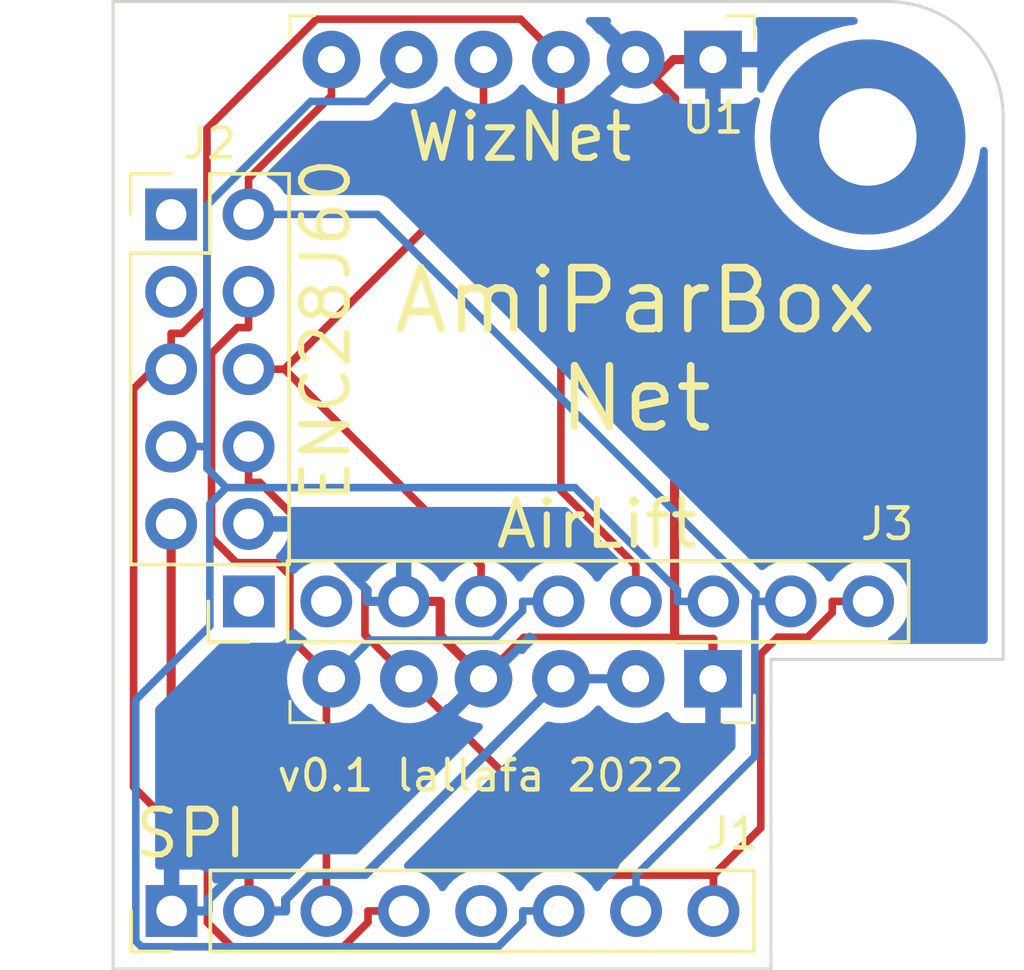
<source format=kicad_pcb>
(kicad_pcb (version 20211014) (generator pcbnew)
  (layers (0 "F.Cu" signal) (31 "B.Cu" signal) (34 "B.Paste" user) (35 "F.Paste" user) (36 "B.SilkS" user "B.Silkscreen") (37 "F.SilkS" user "F.Silkscreen") (38 "B.Mask" user) (39 "F.Mask" user) (44 "Edge.Cuts" user))
  (net 0 "")
  (net 1 "GND")
  (net 2 "+3V3")
  (net 3 "/MISO")
  (net 4 "/MOSI")
  (net 5 "/SCK")
  (net 6 "/SSEL")
  (net 7 "/INT")
  (net 8 "/RESET")
  (net 11 "/SCLK")
  (net 12 "VCC")
  (footprint "MountingHole:MountingHole_3.2mm_M3_Pad" (layer "F.Cu") (at 130.175 89.535)
    (fp_text reference "H1" hide)
    (fp_text value "MountingHole")
    (pad "1" thru_hole circle locked (at 0 0) (size 6.4 6.4) (drill 3.2) (layers *.Cu *.Mask))
  )
  (footprint "digikey-footprints:Mag_Jack_Module_WIZ820IO" (layer "F.Cu") (at 118.835 97.155 -90)
    (fp_text reference "U1" (at -8.255 -6.26 180) (layer "F.SilkS"))
    (fp_text value "WIZ820IO")
    (fp_line (start 10.9 7.62) (end 11.6 7.62) (layer "F.SilkS") (width 0.1))
    (fp_line (start -11.6 7.62) (end -10.9 7.62) (layer "F.SilkS") (width 0.1))
    (fp_line (start -10.8 -7.62) (end -11.6 -7.62) (layer "F.SilkS") (width 0.1))
    (fp_line (start -11.6 6.82) (end -11.6 7.62) (layer "F.SilkS") (width 0.1))
    (fp_line (start 11.6 7.62) (end 11.6 6.52) (layer "F.SilkS") (width 0.1))
    (fp_line (start 10.7 -7.62) (end 11.6 -7.62) (layer "F.SilkS") (width 0.1))
    (fp_line (start 11.6 -7.62) (end 11.6 -6.62) (layer "F.SilkS") (width 0.1))
    (fp_line (start -11.6 -7.62) (end -11.6 -6.72) (layer "F.SilkS") (width 0.1))
    (pad "J1-1" thru_hole rect (at -10.16 -6.26 270) (size 1.89 1.89) (drill 0.89) (layers *.Cu *.Mask) (net 1 "GND"))
    (pad "J1-2" thru_hole circle (at -10.16 -3.72 270) (size 1.89 1.89) (drill 0.89) (layers *.Cu *.Mask) (net 1 "GND"))
    (pad "J1-3" thru_hole circle (at -10.16 -1.27 270) (size 1.89 1.89) (drill 0.89) (layers *.Cu *.Mask) (net 4 "/MOSI"))
    (pad "J1-4" thru_hole circle (at -10.16 1.27 270) (size 1.89 1.89) (drill 0.89) (layers *.Cu *.Mask) (net 11 "/SCLK"))
    (pad "J1-5" thru_hole circle (at -10.16 3.72 270) (size 1.89 1.89) (drill 0.89) (layers *.Cu *.Mask) (net 6 "/SSEL"))
    (pad "J1-6" thru_hole circle (at -10.16 6.26 270) (size 1.89 1.89) (drill 0.89) (layers *.Cu *.Mask) (net 7 "/INT"))
    (pad "J2-1" thru_hole rect (at 10.16 -6.26 270) (size 1.89 1.89) (drill 0.89) (layers *.Cu *.Mask) (net 1 "GND"))
    (pad "J2-2" thru_hole circle (at 10.16 -3.72 270) (size 1.89 1.89) (drill 0.89) (layers *.Cu *.Mask) (net 2 "+3V3"))
    (pad "J2-3" thru_hole circle (at 10.16 -1.27 270) (size 1.89 1.89) (drill 0.89) (layers *.Cu *.Mask) (net 2 "+3V3"))
    (pad "J2-4" thru_hole circle (at 10.16 1.27 270) (size 1.89 1.89) (drill 0.89) (layers *.Cu *.Mask) (net 1 "GND"))
    (pad "J2-5" thru_hole circle (at 10.16 3.72 270) (size 1.89 1.89) (drill 0.89) (layers *.Cu *.Mask) (net 8 "/RESET"))
    (pad "J2-6" thru_hole circle (at 10.16 6.26 270) (size 1.89 1.89) (drill 0.89) (layers *.Cu *.Mask) (net 3 "/MISO"))
  )
  (footprint "Connector_PinHeader_2.54mm:PinHeader_1x08_P2.54mm_Vertical" (layer "F.Cu") (at 107.33 114.935 90)
    (fp_text reference "J1" (at 2.54 18.4 180) (layer "F.SilkS"))
    (fp_text value "SPI")
    (fp_line (start -1.33 -1.33) (end 0 -1.33) (layer "F.SilkS") (width 0.12))
    (fp_line (start -1.33 1.27) (end -1.33 19.11) (layer "F.SilkS") (width 0.12))
    (fp_line (start 1.33 1.27) (end 1.33 19.11) (layer "F.SilkS") (width 0.12))
    (fp_line (start -1.33 1.27) (end 1.33 1.27) (layer "F.SilkS") (width 0.12))
    (fp_line (start -1.33 0) (end -1.33 -1.33) (layer "F.SilkS") (width 0.12))
    (fp_line (start -1.33 19.11) (end 1.33 19.11) (layer "F.SilkS") (width 0.12))
    (pad "1" thru_hole rect locked (at 0 0 90) (size 1.7 1.7) (drill 1) (layers *.Cu *.Mask) (net 1 "GND"))
    (pad "2" thru_hole oval locked (at 0 2.54 90) (size 1.7 1.7) (drill 1) (layers *.Cu *.Mask) (net 2 "+3V3"))
    (pad "3" thru_hole oval locked (at 0 5.08 90) (size 1.7 1.7) (drill 1) (layers *.Cu *.Mask) (net 3 "/MISO"))
    (pad "4" thru_hole oval locked (at 0 7.62 90) (size 1.7 1.7) (drill 1) (layers *.Cu *.Mask) (net 4 "/MOSI"))
    (pad "5" thru_hole oval locked (at 0 10.16 90) (size 1.7 1.7) (drill 1) (layers *.Cu *.Mask) (net 5 "/SCK"))
    (pad "6" thru_hole oval locked (at 0 12.7 90) (size 1.7 1.7) (drill 1) (layers *.Cu *.Mask) (net 6 "/SSEL"))
    (pad "7" thru_hole oval locked (at 0 15.24 90) (size 1.7 1.7) (drill 1) (layers *.Cu *.Mask) (net 7 "/INT"))
    (pad "8" thru_hole oval locked (at 0 17.78 90) (size 1.7 1.7) (drill 1) (layers *.Cu *.Mask) (net 8 "/RESET"))
  )
  (footprint "Connector_PinHeader_2.54mm:PinHeader_1x09_P2.54mm_Vertical" (layer "F.Cu") (at 109.865 104.775 90)
    (fp_text reference "J3" (at 2.54 20.945 180) (layer "F.SilkS"))
    (fp_text value "AirLift")
    (fp_line (start -1.33 0) (end -1.33 -1.33) (layer "F.SilkS") (width 0.12))
    (fp_line (start 1.33 1.27) (end 1.33 21.65) (layer "F.SilkS") (width 0.12))
    (fp_line (start -1.33 21.65) (end 1.33 21.65) (layer "F.SilkS") (width 0.12))
    (fp_line (start -1.33 -1.33) (end 0 -1.33) (layer "F.SilkS") (width 0.12))
    (fp_line (start -1.33 1.27) (end -1.33 21.65) (layer "F.SilkS") (width 0.12))
    (fp_line (start -1.33 1.27) (end 1.33 1.27) (layer "F.SilkS") (width 0.12))
    (pad "1" thru_hole rect locked (at 0 0 90) (size 1.7 1.7) (drill 1) (layers *.Cu *.Mask) (net 12 "VCC"))
    (pad "2" thru_hole oval locked (at 0 2.54 90) (size 1.7 1.7) (drill 1) (layers *.Cu *.Mask))
    (pad "3" thru_hole oval locked (at 0 5.08 90) (size 1.7 1.7) (drill 1) (layers *.Cu *.Mask) (net 1 "GND"))
    (pad "4" thru_hole oval locked (at 0 7.62 90) (size 1.7 1.7) (drill 1) (layers *.Cu *.Mask) (net 11 "/SCLK"))
    (pad "5" thru_hole oval locked (at 0 10.16 90) (size 1.7 1.7) (drill 1) (layers *.Cu *.Mask) (net 3 "/MISO"))
    (pad "6" thru_hole oval locked (at 0 12.7 90) (size 1.7 1.7) (drill 1) (layers *.Cu *.Mask) (net 4 "/MOSI"))
    (pad "7" thru_hole oval locked (at 0 15.24 90) (size 1.7 1.7) (drill 1) (layers *.Cu *.Mask) (net 6 "/SSEL"))
    (pad "8" thru_hole oval locked (at 0 17.78 90) (size 1.7 1.7) (drill 1) (layers *.Cu *.Mask) (net 7 "/INT"))
    (pad "9" thru_hole oval locked (at 0 20.32 90) (size 1.7 1.7) (drill 1) (layers *.Cu *.Mask) (net 8 "/RESET"))
  )
  (footprint "Connector_PinHeader_2.54mm:PinHeader_2x05_P2.54mm_Vertical" (layer "F.Cu") (at 107.315 92.075)
    (fp_text reference "J2" (at 1.27 -2.33) (layer "F.SilkS"))
    (fp_text value "ENC28J60 Module")
    (fp_line (start -1.33 1.27) (end -1.33 11.49) (layer "F.SilkS") (width 0.12))
    (fp_line (start -1.33 -1.33) (end 0 -1.33) (layer "F.SilkS") (width 0.12))
    (fp_line (start -1.33 11.49) (end 3.87 11.49) (layer "F.SilkS") (width 0.12))
    (fp_line (start 1.27 -1.33) (end 3.87 -1.33) (layer "F.SilkS") (width 0.12))
    (fp_line (start -1.33 0) (end -1.33 -1.33) (layer "F.SilkS") (width 0.12))
    (fp_line (start 1.27 1.27) (end 1.27 -1.33) (layer "F.SilkS") (width 0.12))
    (fp_line (start 3.87 -1.33) (end 3.87 11.49) (layer "F.SilkS") (width 0.12))
    (fp_line (start -1.33 1.27) (end 1.27 1.27) (layer "F.SilkS") (width 0.12))
    (pad "1" thru_hole rect locked (at 0 0) (size 1.7 1.7) (drill 1) (layers *.Cu *.Mask))
    (pad "2" thru_hole oval locked (at 2.54 0) (size 1.7 1.7) (drill 1) (layers *.Cu *.Mask) (net 7 "/INT"))
    (pad "3" thru_hole oval locked (at 0 2.54) (size 1.7 1.7) (drill 1) (layers *.Cu *.Mask))
    (pad "4" thru_hole oval locked (at 2.54 2.54) (size 1.7 1.7) (drill 1) (layers *.Cu *.Mask) (net 3 "/MISO"))
    (pad "5" thru_hole oval locked (at 0 5.08) (size 1.7 1.7) (drill 1) (layers *.Cu *.Mask) (net 4 "/MOSI"))
    (pad "6" thru_hole oval locked (at 2.54 5.08) (size 1.7 1.7) (drill 1) (layers *.Cu *.Mask) (net 11 "/SCLK"))
    (pad "7" thru_hole oval locked (at 0 7.62) (size 1.7 1.7) (drill 1) (layers *.Cu *.Mask) (net 6 "/SSEL"))
    (pad "8" thru_hole oval locked (at 2.54 7.62) (size 1.7 1.7) (drill 1) (layers *.Cu *.Mask) (net 8 "/RESET"))
    (pad "9" thru_hole oval locked (at 0 10.16) (size 1.7 1.7) (drill 1) (layers *.Cu *.Mask) (net 2 "+3V3"))
    (pad "10" thru_hole oval locked (at 2.54 10.16) (size 1.7 1.7) (drill 1) (layers *.Cu *.Mask) (net 1 "GND"))
  )
  (gr_line (start 105.41 85.09) (end 105.41 116.84) (layer "Edge.Cuts") (width 0.1))
  (gr_line (start 130.81 85.09) (end 105.41 85.09) (layer "Edge.Cuts") (width 0.1))
  (gr_line (start 127 116.84) (end 127 113.03) (layer "Edge.Cuts") (width 0.1))
  (gr_line (start 127 113.03) (end 127 106.68) (layer "Edge.Cuts") (width 0.1))
  (gr_line (start 127 106.68) (end 134.62 106.68) (layer "Edge.Cuts") (width 0.1))
  (gr_line (start 105.41 116.84) (end 127 116.84) (layer "Edge.Cuts") (width 0.1))
  (gr_arc (start 130.81 85.09) (mid 133.504077 86.205923) (end 134.62 88.9) (layer "Edge.Cuts") (width 0.1))
  (gr_line (start 134.62 106.68) (end 134.62 88.9) (layer "Edge.Cuts") (width 0.1))
  (gr_text "SPI" (at 107.95 112.395) (layer "F.SilkS") (effects (font (size 1.5 1.5) (thickness 0.2))))
  (gr_text "v0.1 lallafa 2022" (at 117.475 110.49) (layer "F.SilkS") (effects (font (size 1 1))))
  (gr_text "AirLift" (at 121.285 102.235) (layer "F.SilkS") (effects (font (size 1.5 1.5) (thickness 0.2))))
  (gr_text "ENC28J60" (at 112.395 95.885 90) (layer "F.SilkS") (effects (font (size 1.5 1.5) (thickness 0.2))))
  (gr_text "WizNet" (at 118.745 89.535) (layer "F.SilkS") (effects (font (size 1.5 1.5) (thickness 0.2))))
  (gr_text "AmiParBox\nNet" (at 122.555 96.52) (layer "F.SilkS") (effects (font (size 2 2) (thickness 0.25))))
  (segment (start 125.095 107.315) (end 125.095 106.0197) (width 0.3) (layer "F.Cu") (net 1))
  (segment (start 118.8972 105.9828) (end 123.7628 105.9828) (width 0.3) (layer "F.Cu") (net 1))
  (segment (start 123.1774 87.6173) (end 123.7997 86.995) (width 0.3) (layer "F.Cu") (net 1))
  (segment (start 117.565 107.315) (end 116.1453 105.8953) (width 0.3) (layer "F.Cu") (net 1))
  (segment (start 123.1774 87.6173) (end 122.555 86.995) (width 0.3) (layer "F.Cu") (net 1))
  (segment (start 123.835 105.9106) (end 123.835 88.275) (width 0.3) (layer "F.Cu") (net 1))
  (segment (start 117.565 107.315) (end 118.8972 105.9828) (width 0.3) (layer "F.Cu") (net 1))
  (segment (start 123.835 105.9106) (end 123.9441 106.0197) (width 0.3) (layer "F.Cu") (net 1))
  (segment (start 114.945 104.775) (end 116.1453 104.775) (width 0.3) (layer "F.Cu") (net 1))
  (segment (start 125.095 86.995) (end 123.7997 86.995) (width 0.3) (layer "F.Cu") (net 1))
  (segment (start 116.1453 105.8953) (end 116.1453 104.775) (width 0.3) (layer "F.Cu") (net 1))
  (segment (start 123.9441 106.0197) (end 125.095 106.0197) (width 0.3) (layer "F.Cu") (net 1))
  (segment (start 123.835 88.275) (end 123.1774 87.6173) (width 0.3) (layer "F.Cu") (net 1))
  (segment (start 123.7628 105.9828) (end 123.835 105.9106) (width 0.3) (layer "F.Cu") (net 1))
  (segment (start 109.3554 113.7347) (end 108.5303 114.5598) (width 0.3) (layer "B.Cu") (net 1))
  (segment (start 113.7447 104.402) (end 113.7447 104.775) (width 0.3) (layer "B.Cu") (net 1))
  (segment (start 111.5777 102.235) (end 113.7447 104.402) (width 0.3) (layer "B.Cu") (net 1))
  (segment (start 109.855 102.235) (end 111.5777 102.235) (width 0.3) (layer "B.Cu") (net 1))
  (segment (start 107.33 114.935) (end 108.5303 114.935) (width 0.3) (layer "B.Cu") (net 1))
  (segment (start 117.565 107.315) (end 111.1453 113.7347) (width 0.3) (layer "B.Cu") (net 1))
  (segment (start 108.5303 114.5598) (end 108.5303 114.935) (width 0.3) (layer "B.Cu") (net 1))
  (segment (start 114.945 104.775) (end 113.7447 104.775) (width 0.3) (layer "B.Cu") (net 1))
  (segment (start 111.1453 113.7347) (end 109.3554 113.7347) (width 0.3) (layer "B.Cu") (net 1))
  (segment (start 107.315 102.235) (end 107.315 111.1797) (width 0.3) (layer "F.Cu") (net 2))
  (segment (start 109.87 114.935) (end 109.87 113.7347) (width 0.3) (layer "F.Cu") (net 2))
  (segment (start 107.315 111.1797) (end 109.87 113.7347) (width 0.3) (layer "F.Cu") (net 2))
  (segment (start 111.0703 114.5598) (end 111.8954 113.7347) (width 0.3) (layer "B.Cu") (net 2))
  (segment (start 113.6853 113.7347) (end 120.105 107.315) (width 0.3) (layer "B.Cu") (net 2))
  (segment (start 111.8954 113.7347) (end 113.6853 113.7347) (width 0.3) (layer "B.Cu") (net 2))
  (segment (start 120.105 107.315) (end 122.555 107.315) (width 0.3) (layer "B.Cu") (net 2))
  (segment (start 111.0703 114.935) (end 111.0703 114.5598) (width 0.3) (layer "B.Cu") (net 2))
  (segment (start 109.87 114.935) (end 111.0703 114.935) (width 0.3) (layer "B.Cu") (net 2))
  (segment (start 109.855 95.7903) (end 109.4877 95.7903) (width 0.25) (layer "F.Cu") (net 3))
  (segment (start 112.41 107.48) (end 112.575 107.315) (width 0.25) (layer "F.Cu") (net 3))
  (segment (start 108.6397 96.6383) (end 108.6397 102.6845) (width 0.25) (layer "F.Cu") (net 3))
  (segment (start 112.41 114.935) (end 112.41 107.48) (width 0.25) (layer "F.Cu") (net 3))
  (segment (start 109.4598 103.5046) (end 110.799 103.5046) (width 0.25) (layer "F.Cu") (net 3))
  (segment (start 111.2104 103.916) (end 111.2104 105.9504) (width 0.25) (layer "F.Cu") (net 3))
  (segment (start 111.2104 105.9504) (end 112.575 107.315) (width 0.25) (layer "F.Cu") (net 3))
  (segment (start 109.855 94.615) (end 109.855 95.7903) (width 0.25) (layer "F.Cu") (net 3))
  (segment (start 108.6397 102.6845) (end 109.4598 103.5046) (width 0.25) (layer "F.Cu") (net 3))
  (segment (start 110.799 103.5046) (end 111.2104 103.916) (width 0.25) (layer "F.Cu") (net 3))
  (segment (start 109.4877 95.7903) (end 108.6397 96.6383) (width 0.25) (layer "F.Cu") (net 3))
  (segment (start 120.025 104.775) (end 118.8497 104.775) (width 0.25) (layer "B.Cu") (net 3))
  (segment (start 117.8862 106.0446) (end 118.8497 105.0811) (width 0.25) (layer "B.Cu") (net 3))
  (segment (start 113.8454 106.0446) (end 117.8862 106.0446) (width 0.25) (layer "B.Cu") (net 3))
  (segment (start 112.575 107.315) (end 113.8454 106.0446) (width 0.25) (layer "B.Cu") (net 3))
  (segment (start 118.8497 105.0811) (end 118.8497 104.775) (width 0.25) (layer "B.Cu") (net 3))
  (segment (start 120.105 101.1397) (end 120.105 86.995) (width 0.25) (layer "F.Cu") (net 4))
  (segment (start 113.7747 115.3024) (end 113.7747 114.935) (width 0.25) (layer "F.Cu") (net 4))
  (segment (start 107.315 96.5673) (end 106.0815 97.8008) (width 0.25) (layer "F.Cu") (net 4))
  (segment (start 118.7805 85.6705) (end 112.0846 85.6705) (width 0.25) (layer "F.Cu") (net 4))
  (segment (start 120.105 86.995) (end 118.7805 85.6705) (width 0.25) (layer "F.Cu") (net 4))
  (segment (start 114.95 114.935) (end 113.7747 114.935) (width 0.25) (layer "F.Cu") (net 4))
  (segment (start 122.565 104.775) (end 122.565 103.5997) (width 0.25) (layer "F.Cu") (net 4))
  (segment (start 122.565 103.5997) (end 120.105 101.1397) (width 0.25) (layer "F.Cu") (net 4))
  (segment (start 108.5054 115.3162) (end 109.2995 116.1103) (width 0.25) (layer "F.Cu") (net 4))
  (segment (start 107.315 96.5673) (end 107.315 95.9797) (width 0.25) (layer "F.Cu") (net 4))
  (segment (start 107.315 97.155) (end 107.315 96.5673) (width 0.25) (layer "F.Cu") (net 4))
  (segment (start 106.0815 110.8626) (end 108.5054 113.2865) (width 0.25) (layer "F.Cu") (net 4))
  (segment (start 112.0846 85.6705) (end 108.4903 89.2648) (width 0.25) (layer "F.Cu") (net 4))
  (segment (start 109.2995 116.1103) (end 112.9668 116.1103) (width 0.25) (layer "F.Cu") (net 4))
  (segment (start 108.4903 95.1718) (end 107.6824 95.9797) (width 0.25) (layer "F.Cu") (net 4))
  (segment (start 108.4903 89.2648) (end 108.4903 95.1718) (width 0.25) (layer "F.Cu") (net 4))
  (segment (start 108.5054 113.2865) (end 108.5054 115.3162) (width 0.25) (layer "F.Cu") (net 4))
  (segment (start 107.6824 95.9797) (end 107.315 95.9797) (width 0.25) (layer "F.Cu") (net 4))
  (segment (start 106.0815 97.8008) (end 106.0815 110.8626) (width 0.25) (layer "F.Cu") (net 4))
  (segment (start 112.9668 116.1103) (end 113.7747 115.3024) (width 0.25) (layer "F.Cu") (net 4))
  (segment (start 113.7407 88.3693) (end 115.115 86.995) (width 0.25) (layer "B.Cu") (net 6))
  (segment (start 118.8547 115.3024) (end 118.0468 116.1103) (width 0.25) (layer "B.Cu") (net 6))
  (segment (start 108.585 101.5835) (end 109.1262 101.0423) (width 0.25) (layer "B.Cu") (net 6))
  (segment (start 106.1546 115.922) (end 106.1546 108.0087) (width 0.25) (layer "B.Cu") (net 6))
  (segment (start 108.4903 91.7762) (end 111.8972 88.3693) (width 0.25) (layer "B.Cu") (net 6))
  (segment (start 108.4903 99.695) (end 108.4903 91.7762) (width 0.25) (layer "B.Cu") (net 6))
  (segment (start 123.9297 104.4077) (end 123.9297 104.775) (width 0.25) (layer "B.Cu") (net 6))
  (segment (start 108.585 105.5783) (end 108.585 101.5835) (width 0.25) (layer "B.Cu") (net 6))
  (segment (start 125.105 104.775) (end 123.9297 104.775) (width 0.25) (layer "B.Cu") (net 6))
  (segment (start 118.0468 116.1103) (end 106.3429 116.1103) (width 0.25) (layer "B.Cu") (net 6))
  (segment (start 120.5643 101.0423) (end 123.9297 104.4077) (width 0.25) (layer "B.Cu") (net 6))
  (segment (start 118.8547 114.935) (end 118.8547 115.3024) (width 0.25) (layer "B.Cu") (net 6))
  (segment (start 109.1262 101.0423) (end 120.5643 101.0423) (width 0.25) (layer "B.Cu") (net 6))
  (segment (start 111.8972 88.3693) (end 113.7407 88.3693) (width 0.25) (layer "B.Cu") (net 6))
  (segment (start 108.4903 100.4064) (end 108.4903 99.695) (width 0.25) (layer "B.Cu") (net 6))
  (segment (start 109.1262 101.0423) (end 108.4903 100.4064) (width 0.25) (layer "B.Cu") (net 6))
  (segment (start 120.03 114.935) (end 118.8547 114.935) (width 0.25) (layer "B.Cu") (net 6))
  (segment (start 107.315 99.695) (end 108.4903 99.695) (width 0.25) (layer "B.Cu") (net 6))
  (segment (start 106.1546 108.0087) (end 108.585 105.5783) (width 0.25) (layer "B.Cu") (net 6))
  (segment (start 106.3429 116.1103) (end 106.1546 115.922) (width 0.25) (layer "B.Cu") (net 6))
  (segment (start 109.855 92.075) (end 109.855 90.8997) (width 0.25) (layer "F.Cu") (net 7))
  (segment (start 112.575 88.1797) (end 112.575 86.995) (width 0.25) (layer "F.Cu") (net 7))
  (segment (start 109.855 90.8997) (end 112.575 88.1797) (width 0.25) (layer "F.Cu") (net 7))
  (segment (start 127.645 104.775) (end 126.5038 104.775) (width 0.25) (layer "B.Cu") (net 7))
  (segment (start 126.4697 104.775) (end 126.4697 109.86) (width 0.25) (layer "B.Cu") (net 7))
  (segment (start 122.57 114.935) (end 122.57 113.7597) (width 0.25) (layer "B.Cu") (net 7))
  (segment (start 126.5038 104.4987) (end 126.5038 104.775) (width 0.25) (layer "B.Cu") (net 7))
  (segment (start 109.855 92.075) (end 114.0801 92.075) (width 0.25) (layer "B.Cu") (net 7))
  (segment (start 126.5038 104.775) (end 126.4697 104.775) (width 0.25) (layer "B.Cu") (net 7))
  (segment (start 126.4697 109.86) (end 122.57 113.7597) (width 0.25) (layer "B.Cu") (net 7))
  (segment (start 114.0801 92.075) (end 126.5038 104.4987) (width 0.25) (layer "B.Cu") (net 7))
  (segment (start 130.185 104.775) (end 129.0097 104.775) (width 0.25) (layer "F.Cu") (net 8))
  (segment (start 109.855 99.695) (end 109.855 100.8703) (width 0.25) (layer "F.Cu") (net 8))
  (segment (start 128.2018 105.9503) (end 127.2182 105.9503) (width 0.25) (layer "F.Cu") (net 8))
  (segment (start 126.6646 112.2051) (end 125.11 113.7597) (width 0.25) (layer "F.Cu") (net 8))
  (segment (start 110.2223 100.8703) (end 113.675 104.323) (width 0.25) (layer "F.Cu") (net 8))
  (segment (start 113.675 105.875) (end 115.115 107.315) (width 0.25) (layer "F.Cu") (net 8))
  (segment (start 109.855 100.8703) (end 110.2223 100.8703) (width 0.25) (layer "F.Cu") (net 8))
  (segment (start 121.5597 113.7597) (end 125.11 113.7597) (width 0.25) (layer "F.Cu") (net 8))
  (segment (start 115.115 107.315) (end 121.5597 113.7597) (width 0.25) (layer "F.Cu") (net 8))
  (segment (start 125.11 114.935) (end 125.11 113.7597) (width 0.25) (layer "F.Cu") (net 8))
  (segment (start 113.675 104.323) (end 113.675 105.875) (width 0.25) (layer "F.Cu") (net 8))
  (segment (start 126.6646 106.5039) (end 126.6646 112.2051) (width 0.25) (layer "F.Cu") (net 8))
  (segment (start 129.0097 104.775) (end 129.0097 105.1424) (width 0.25) (layer "F.Cu") (net 8))
  (segment (start 127.2182 105.9503) (end 126.6646 106.5039) (width 0.25) (layer "F.Cu") (net 8))
  (segment (start 129.0097 105.1424) (end 128.2018 105.9503) (width 0.25) (layer "F.Cu") (net 8))
  (segment (start 117.485 104.775) (end 117.485 103.5997) (width 0.25) (layer "F.Cu") (net 11))
  (segment (start 117.565 90.6203) (end 117.565 86.995) (width 0.25) (layer "F.Cu") (net 11))
  (segment (start 117.475 103.5997) (end 117.485 103.5997) (width 0.25) (layer "F.Cu") (net 11))
  (segment (start 111.0303 97.155) (end 117.475 103.5997) (width 0.25) (layer "F.Cu") (net 11))
  (segment (start 111.0303 97.155) (end 117.565 90.6203) (width 0.25) (layer "F.Cu") (net 11))
  (segment (start 109.855 97.155) (end 111.0303 97.155) (width 0.25) (layer "F.Cu") (net 11))
  (zone (net 1) (net_name "GND") (layer "B.Cu") (connect_pads (clearance 0.508)) (min_thickness 0.254) (fill yes (thermal_gap 0.508) (thermal_bridge_width 0.508))
    (polygon (pts (xy 134.62 116.84) (xy 105.41 116.84) (xy 105.41 85.09) (xy 134.62 85.09)))
  )
)
</source>
